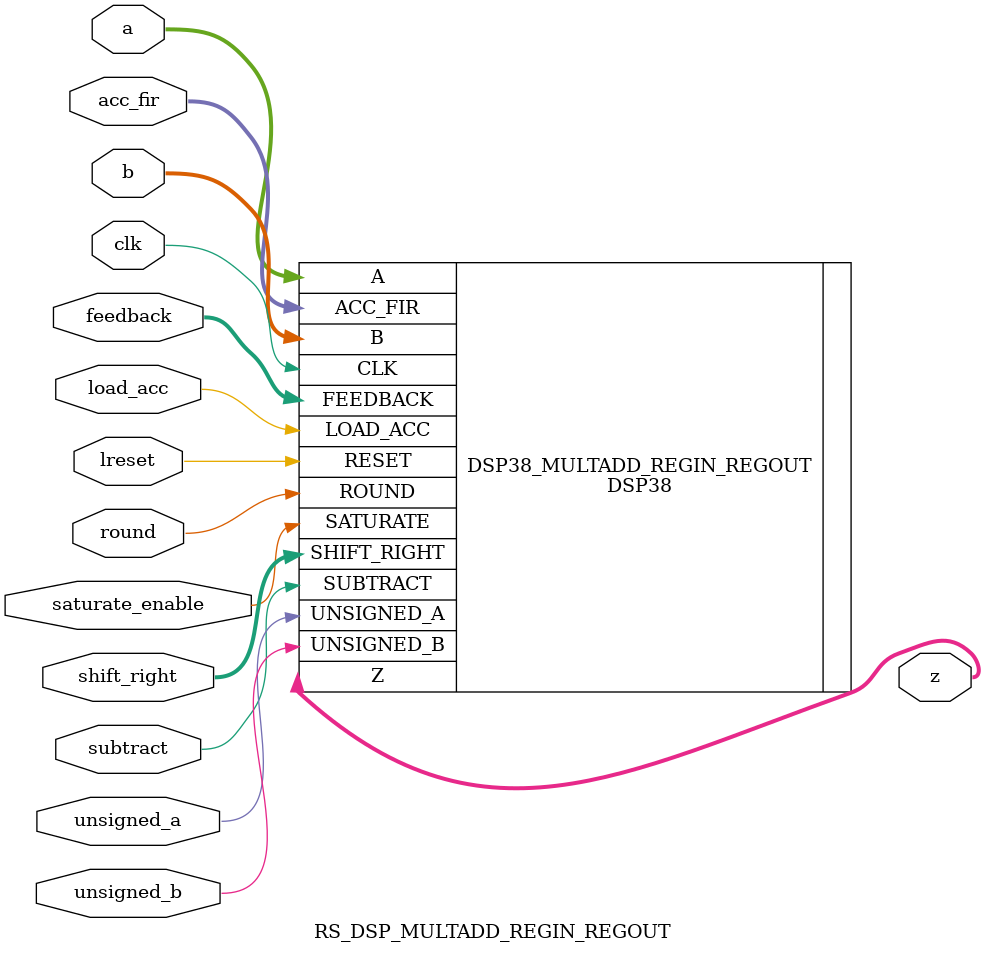
<source format=v>
module RS_DSP_MULTADD_REGIN_REGOUT (
    input  wire [19:0] a,
    input  wire [17:0] b,
    output wire [37:0] z,

    (* clkbuf_sink *)
    input  wire        clk,
    input  wire        lreset,

    input  wire [ 2:0] feedback,
    input  wire [ 5:0] acc_fir,
    input  wire        load_acc,
    input  wire        unsigned_a,
    input  wire        unsigned_b,

    input  wire        saturate_enable,
    input  wire [ 5:0] shift_right,
    input  wire        round,
    input  wire        subtract
);

DSP38 #(
    .DSP_MODE("MULTIPLY_ADD_SUB"),
    .OUTPUT_REG_EN("TRUE"),
    .INPUT_REG_EN("TRUE")
) DSP38_MULTADD_REGIN_REGOUT (
    .A(a),
    .B(b),
    .Z(z),
    .FEEDBACK(feedback),
    .UNSIGNED_A(unsigned_a),
    .UNSIGNED_B(unsigned_b),
    .CLK(clk),
    .RESET(lreset),
    .ACC_FIR(acc_fir),
    .LOAD_ACC(load_acc),
    .SATURATE(saturate_enable),
    .SHIFT_RIGHT(shift_right),
    .ROUND(round),
    .SUBTRACT(subtract)
);

endmodule

</source>
